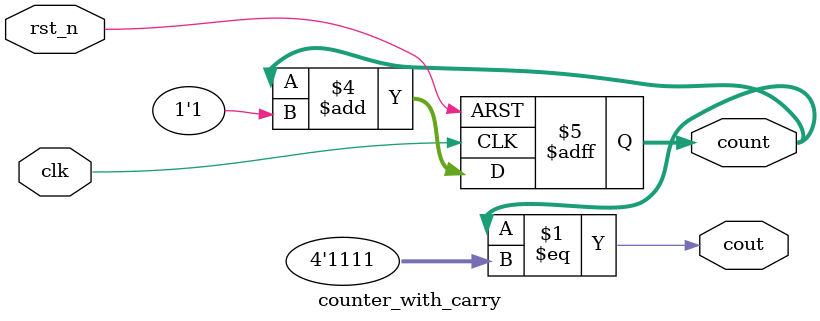
<source format=sv>
module counter_with_carry (
    input wire clk, rst_n,
    output reg [3:0] count,
    output wire cout
);
    assign cout = (count == 4'b1111);
    
    always @(posedge clk or negedge rst_n) begin
        if (!rst_n)
            count <= 4'b0000;
        else
            count <= count + 1'b1;
    end
endmodule
</source>
